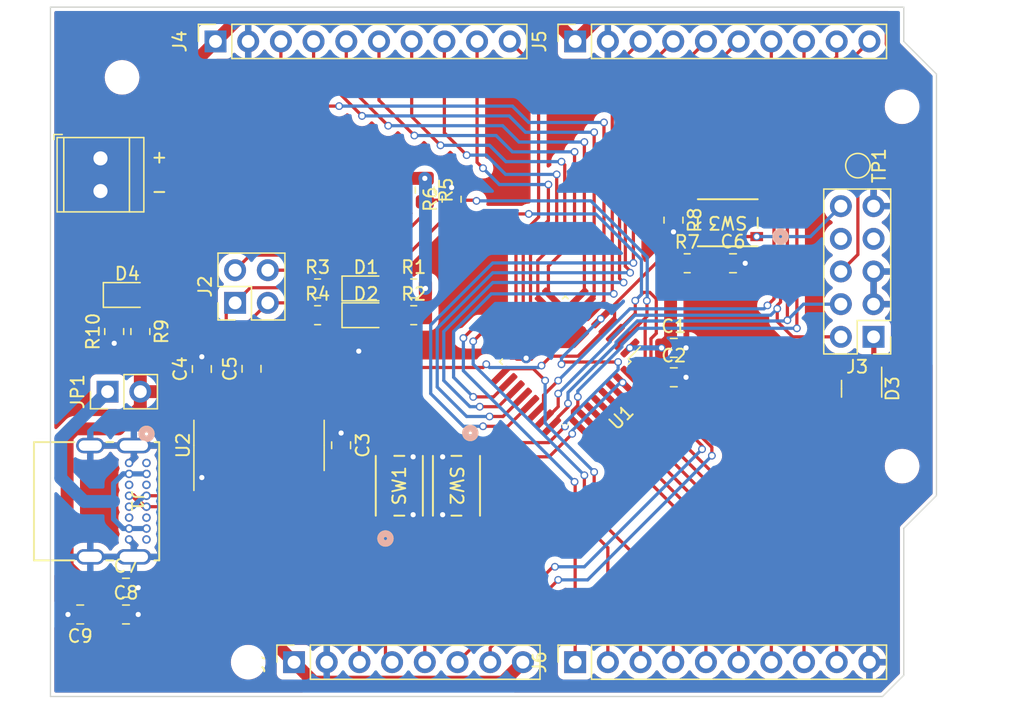
<source format=kicad_pcb>
(kicad_pcb (version 20221018) (generator pcbnew)
  (layers (0 "F.Cu" signal) (31 "B.Cu" signal) (34 "B.Paste" user) (35 "F.Paste" user) (36 "B.SilkS" user "B.Silkscreen") (37 "F.SilkS" user "F.Silkscreen") (38 "B.Mask" user) (39 "F.Mask" user) (44 "Edge.Cuts" user))
  (net 0 "")
  (net 1 "GND")
  (net 2 "Net-(U2-V3)")
  (net 3 "VCC")
  (net 4 "Net-(U2-DTR)")
  (net 5 "/NRST")
  (net 6 "Net-(D1-K)")
  (net 7 "Net-(D1-A)")
  (net 8 "Net-(D2-K)")
  (net 9 "Net-(D2-A)")
  (net 10 "Net-(J3-Pin_1)")
  (net 11 "Net-(D4-K)")
  (net 12 "Net-(D4-A)")
  (net 13 "Net-(JP1-A)")
  (net 15 "/USB_D+")
  (net 16 "/USB_D-")
  (net 20 "/PA13{slash}SWDIO")
  (net 21 "/SWO")
  (net 24 "/PA0")
  (net 25 "/PA1")
  (net 26 "/PA2")
  (net 27 "/PA3")
  (net 28 "/PA4")
  (net 29 "/PA5")
  (net 30 "/PA6")
  (net 31 "/PA7")
  (net 32 "/PA8")
  (net 33 "/PA9")
  (net 34 "/PA10")
  (net 35 "/PA11")
  (net 36 "/PA12")
  (net 37 "/PA15")
  (net 38 "/PB0")
  (net 39 "/PB1")
  (net 40 "/PB2")
  (net 41 "/PB3")
  (net 42 "/PB4")
  (net 43 "/PB5")
  (net 44 "/PB6")
  (net 45 "/PB7")
  (net 46 "/PB8")
  (net 47 "/PF3")
  (net 48 "/BOOT0")
  (net 49 "Net-(R8-Pad1)")
  (net 50 "/PY32_RX")
  (net 51 "/PY32_TX")
  (net 60 "/PY32_RXD")
  (net 61 "/PY32_TXD")
  (net 62 "/PA14{slash}SWDCLK")
  (footprint "Connector_PinSocket_2.54mm:PinSocket_1x10_P2.54mm_Vertical" (layer "F.Cu") (at 121.9668 91.4908 90)
    (fp_text reference "J5")
    (fp_text value "PA_HIGH")
  )
  (footprint "LED_SMD:LED_0805_2012Metric_Pad1.15x1.40mm_HandSolder" (layer "F.Cu") (at 105.7167 110.6932)
    (fp_text reference "D1")
    (fp_text value "LED")
  )
  (footprint "Puya:SW4_PTS815 SJM 250 SMTR LFS_CNK" (layer "F.Cu") (at 108.3056 126.0348 90)
    (fp_text reference "SW1")
    (fp_text value "BTN_USR")
  )
  (footprint "Capacitor_SMD:C_0805_2012Metric" (layer "F.Cu") (at 129.6314 115.316)
    (fp_text reference "C1")
    (fp_text value "0.1uF")
  )
  (footprint "Capacitor_SMD:C_0805_2012Metric" (layer "F.Cu") (at 92.964 116.956801 90)
    (fp_text reference "C4")
    (fp_text value "0.1uF")
  )
  (footprint "Puya:SW4_PTS815 SJM 250 SMTR LFS_CNK" (layer "F.Cu") (at 133.8224 105.5878 180)
    (fp_text reference "SW3")
    (fp_text value "RESET")
  )
  (footprint "Capacitor_SMD:C_0805_2012Metric" (layer "F.Cu") (at 83.5152 136.0424 180)
    (fp_text reference "C9")
    (fp_text value "10uF")
  )
  (footprint "Puya:SW4_PTS815 SJM 250 SMTR LFS_CNK" (layer "F.Cu") (at 112.7465 126.0348 -90)
    (fp_text reference "SW2")
    (fp_text value "BOOT0")
  )
  (footprint "Connector_PinHeader_2.54mm:PinHeader_2x05_P2.54mm_Vertical" (layer "F.Cu") (at 145.1508 114.457 180)
    (fp_text reference "J3")
    (fp_text value "SWD")
  )
  (footprint "Package_TO_SOT_SMD:SOT-23" (layer "F.Cu") (at 144.2212 118.4933 -90)
    (fp_text reference "D3")
    (fp_text value "BAT54C")
  )
  (footprint "MountingHole:MountingHole_2.2mm_M2" (layer "F.Cu") (at 147.3668 96.5708)
    (fp_text reference "REF**" hide)
    (fp_text value "MountingHole_2.2mm_M2")
  )
  (footprint "Connector_PinSocket_2.54mm:PinSocket_1x10_P2.54mm_Vertical" (layer "F.Cu") (at 121.9668 139.7508 90)
    (fp_text reference "J6")
    (fp_text value "PB")
  )
  (footprint "MountingHole:MountingHole_2.2mm_M2" (layer "F.Cu") (at 147.3668 124.5108)
    (fp_text reference "REF**" hide)
    (fp_text value "MountingHole_2.2mm_M2")
  )
  (footprint "Resistor_SMD:R_0805_2012Metric" (layer "F.Cu") (at 86.1568 114.046 90)
    (fp_text reference "R10")
    (fp_text value "1K")
  )
  (footprint "Resistor_SMD:R_0805_2012Metric" (layer "F.Cu") (at 109.4251 110.6932)
    (fp_text reference "R1")
    (fp_text value "1K")
  )
  (footprint "Resistor_SMD:R_0805_2012Metric" (layer "F.Cu") (at 101.957499 112.776)
    (fp_text reference "R4")
    (fp_text value "1K")
  )
  (footprint "Capacitor_SMD:C_0805_2012Metric" (layer "F.Cu") (at 96.8248 116.9416 90)
    (fp_text reference "C5")
    (fp_text value "100nF")
  )
  (footprint "PY32F030:PY32F030K28T6-LQFP-32_7x7mm_P0.8mm" (layer "F.Cu") (at 121.1986 116.3828 -135)
    (fp_text reference "U1")
    (fp_text value "PY32F030K28T6")
  )
  (footprint "Capacitor_SMD:C_0805_2012Metric" (layer "F.Cu") (at 87.0712 136.0424)
    (fp_text reference "C8")
    (fp_text value "0.1uF")
  )
  (footprint "MountingHole:MountingHole_2.2mm_M2" (layer "F.Cu") (at 86.7664 94.2848)
    (fp_text reference "REF**" hide)
    (fp_text value "MountingHole_2.2mm_M2")
  )
  (footprint "Resistor_SMD:R_0805_2012Metric" (layer "F.Cu") (at 110.2868 103.0497 -90)
    (fp_text reference "R5")
    (fp_text value "100K")
  )
  (footprint "LED_SMD:LED_0805_2012Metric_Pad1.15x1.40mm_HandSolder" (layer "F.Cu") (at 87.1728 111.2031)
    (fp_text reference "D4")
    (fp_text value "PWR_LED")
  )
  (footprint "Resistor_SMD:R_0805_2012Metric" (layer "F.Cu") (at 88.1888 114.046 -90)
    (fp_text reference "R9")
    (fp_text value "1K")
  )
  (footprint "Resistor_SMD:R_0805_2012Metric" (layer "F.Cu") (at 129.606 105.3846 -90)
    (fp_text reference "R8")
    (fp_text value "100R")
  )
  (footprint "Connector_PinSocket_2.54mm:PinSocket_1x08_P2.54mm_Vertical" (layer "F.Cu") (at 100.1268 139.7508 90)
    (fp_text reference "J7")
    (fp_text value "UART_MCU")
  )
  (footprint "Connector_PinHeader_2.54mm:PinHeader_2x02_P2.54mm_Vertical" (layer "F.Cu") (at 95.5498 111.8158 90)
    (fp_text reference "J2")
    (fp_text value "UART_EN")
  )
  (footprint "Puya:CONN16_USB4085-GF-A_GCT" (layer "F.Cu") (at 88.663966 124.262044 -90)
    (fp_text reference "J1")
    (fp_text value "USB4085-GF-A")
  )
  (footprint "Connector_PinSocket_2.54mm:PinSocket_1x10_P2.54mm_Vertical" (layer "F.Cu") (at 94.0268 91.4908 90)
    (fp_text reference "J4")
    (fp_text value "PA_LOW")
  )
  (footprint "LED_SMD:LED_0805_2012Metric_Pad1.15x1.40mm_HandSolder" (layer "F.Cu") (at 105.7167 112.776)
    (fp_text reference "D2")
    (fp_text value "LED")
  )
  (footprint "Capacitor_SMD:C_0805_2012Metric" (layer "F.Cu") (at 87.0712 133.9596)
    (fp_text reference "C7")
    (fp_text value "0.1uF")
  )
  (footprint "Capacitor_SMD:C_0805_2012Metric" (layer "F.Cu") (at 129.6314 117.602)
    (fp_text reference "C2")
    (fp_text value "1uF")
  )
  (footprint "Resistor_SMD:R_0805_2012Metric" (layer "F.Cu") (at 101.9556 110.6932)
    (fp_text reference "R3")
    (fp_text value "1K")
  )
  (footprint "Resistor_SMD:R_0805_2012Metric" (layer "F.Cu") (at 130.6728 108.7374)
    (fp_text reference "R7")
    (fp_text value "100K")
  )
  (footprint "Resistor_SMD:R_0805_2012Metric" (layer "F.Cu") (at 109.4251 112.776)
    (fp_text reference "R2")
    (fp_text value "1K")
  )
  (footprint "Connector_PinHeader_2.54mm:PinHeader_1x02_P2.54mm_Vertical" (layer "F.Cu") (at 85.6438 118.7196 90)
    (fp_text reference "JP1")
    (fp_text value "VBUS")
  )
  (footprint "Capacitor_SMD:C_0805_2012Metric" (layer "F.Cu") (at 103.7844 122.8852 -90)
    (fp_text reference "C3")
    (fp_text value "0.1uF")
  )
  (footprint "Capacitor_SMD:C_0805_2012Metric" (layer "F.Cu") (at 134.2288 108.7374)
    (fp_text reference "C6")
    (fp_text value "100nF")
  )
  (footprint "Package_SO:SOP-16_3.9x9.9mm_P1.27mm" (layer "F.Cu") (at 97.409 122.896 90)
    (fp_text reference "U2")
    (fp_text value "CH340C")
  )
  (footprint "MountingHole:MountingHole_2.2mm_M2" (layer "F.Cu") (at 96.5668 139.7508)
    (fp_text reference "REF**" hide)
    (fp_text value "MountingHole_2.2mm_M2")
  )
  (footprint "TerminalBlock_TE-Connectivity:TerminalBlock_TE_282834-2_1x02_P2.54mm_Horizontal" (layer "F.Cu") (at 85.09 100.584 -90)
    (fp_text reference "J8" hide)
    (fp_text value "EXT_PWR")
  )
  (footprint "TestPoint:TestPoint_Pad_D1.5mm" (layer "F.Cu") (at 143.9316 101.1474 -90)
    (fp_text reference "TP1")
    (fp_text value "TestPoint")
  )
  (footprint "Resistor_SMD:R_0805_2012Metric" (layer "F.Cu") (at 112.3696 103.7609 90)
    (fp_text reference "R6")
    (fp_text value "100K")
  )
  (gr_line (start 147.4978 88.8238) (end 147.4978 91.4908) (stroke (width 0.1)) (layer "Edge.Cuts"))
  (gr_line (start 81.2038 142.4178) (end 81.2038 88.8238) (stroke (width 0.1)) (layer "Edge.Cuts"))
  (gr_line (start 150.0378 126.7968) (end 150.0378 94.0308) (stroke (width 0.1)) (layer "Edge.Cuts"))
  (gr_line (start 145.8468 142.4178) (end 81.2038 142.4178) (stroke (width 0.1)) (layer "Edge.Cuts"))
  (gr_line (start 81.2038 88.8238) (end 147.4978 88.8238) (stroke (width 0.1)) (layer "Edge.Cuts"))
  (gr_line (start 147.4978 129.3368) (end 147.4978 140.7668) (stroke (width 0.1)) (layer "Edge.Cuts"))
  (gr_line (start 150.0378 126.7968) (end 147.4978 129.3368) (stroke (width 0.1)) (layer "Edge.Cuts"))
  (gr_line (start 147.4978 140.7668) (end 145.8468 142.4178) (stroke (width 0.1)) (layer "Edge.Cuts"))
  (gr_line (start 147.4978 91.4908) (end 150.0378 94.0308) (stroke (width 0.1)) (layer "Edge.Cuts"))
  (gr_text "-" (at 89.662 103.124) (layer "F.SilkS") (effects (font (size 1 1))))
  (gr_text "+" (at 89.662 100.457) (layer "F.SilkS") (effects (font (size 1 1))))
  (segment (start 116.175808 115.319806) (end 116.971002 116.115) (width 0.25) (layer "F.Cu") (net 1))
  (segment (start 116.971002 116.115) (end 118.158822 116.115) (width 0.25) (layer "F.Cu") (net 1))
  (segment (start 115.925614 115.57) (end 105.156 115.57) (width 0.4) (layer "F.Cu") (net 1))
  (segment (start 116.175808 115.319806) (end 115.925614 115.57) (width 0.4) (layer "F.Cu") (net 1))
  (via (at 88.0212 136.0424) (size 0.8) (drill 0.4) (layers "F.Cu" "B.Cu") (net 1))
  (via (at 82.5652 136.0424) (size 0.8) (drill 0.4) (layers "F.Cu" "B.Cu") (net 1))
  (via (at 130.5814 117.602) (size 0.8) (drill 0.4) (layers "F.Cu" "B.Cu") (net 1))
  (via (at 92.964 125.396) (size 0.8) (drill 0.4) (layers "F.Cu" "B.Cu") (net 1))
  (via (at 129.606 106.2971) (size 0.8) (drill 0.4) (layers "F.Cu" "B.Cu") (net 1))
  (via (at 111.671501 123.784799) (size 0.8) (drill 0.4) (layers "F.Cu" "B.Cu") (net 1))
  (via (at 105.156 115.57) (size 0.6) (drill 0.4) (layers "F.Cu" "B.Cu") (net 1))
  (via (at 109.380599 123.784799) (size 0.8) (drill 0.4) (layers "F.Cu" "B.Cu") (net 1))
  (via (at 130.5814 115.316) (size 0.8) (drill 0.4) (layers "F.Cu" "B.Cu") (net 1))
  (via (at 118.158822 116.115) (size 0.8) (drill 0.4) (layers "F.Cu" "B.Cu") (net 1))
  (via (at 103.7844 121.9352) (size 0.8) (drill 0.4) (layers "F.Cu" "B.Cu") (net 1))
  (via (at 111.671501 128.284801) (size 0.8) (drill 0.4) (layers "F.Cu" "B.Cu") (net 1))
  (via (at 112.3696 102.8484) (size 0.8) (drill 0.4) (layers "F.Cu" "B.Cu") (net 1))
  (via (at 135.1788 108.7374) (size 0.8) (drill 0.4) (layers "F.Cu" "B.Cu") (net 1))
  (via (at 86.1568 114.9585) (size 0.8) (drill 0.4) (layers "F.Cu" "B.Cu") (net 1))
  (via (at 88.0212 133.9596) (size 0.8) (drill 0.4) (layers "F.Cu" "B.Cu") (net 1))
  (via (at 92.964 116.006801) (size 0.8) (drill 0.4) (layers "F.Cu" "B.Cu") (net 1))
  (via (at 109.380599 128.284801) (size 0.8) (drill 0.4) (layers "F.Cu" "B.Cu") (net 1))
  (segment (start 109.380599 123.784799) (end 105.633999 123.784799) (width 0.4) (layer "B.Cu") (net 1))
  (segment (start 105.633999 123.784799) (end 103.7844 121.9352) (width 0.4) (layer "B.Cu") (net 1))
  (segment (start 103.7844 116.9416) (end 103.7844 121.9352) (width 0.4) (layer "B.Cu") (net 1))
  (segment (start 105.156 115.57) (end 103.7844 116.9416) (width 0.4) (layer "B.Cu") (net 1))
  (segment (start 103.7844 123.8352) (end 97.933049 123.8352) (width 0.25) (layer "F.Cu") (net 2))
  (segment (start 96.774 124.994249) (end 96.774 125.396) (width 0.25) (layer "F.Cu") (net 2))
  (segment (start 97.933049 123.8352) (end 96.774 124.994249) (width 0.25) (layer "F.Cu") (net 2))
  (segment (start 86.8468 137.9008) (end 86.106 137.16) (width 1) (layer "F.Cu") (net 3))
  (segment (start 149.2168 115.4512) (end 149.2168 94.34117) (width 1) (layer "F.Cu") (net 3))
  (segment (start 88.1838 114.9635) (end 88.1888 114.9585) (width 1) (layer "F.Cu") (net 3))
  (segment (start 128.678301 115.319099) (end 128.6814 115.316) (width 0.25) (layer "F.Cu") (net 3))
  (segment (start 129.7603 108.7374) (end 129.3814 109.1163) (width 1) (layer "F.Cu") (net 3))
  (segment (start 86.1212 133.9596) (end 86.1212 136.0424) (width 1) (layer "F.Cu") (net 3))
  (segment (start 83.111956 121.612044) (end 82.498966 122.225034) (width 1) (layer "F.Cu") (net 3))
  (segment (start 146.2658 89.6238) (end 123.8338 89.6238) (width 1) (layer "F.Cu") (net 3))
  (segment (start 144.2212 119.4308) (end 142.494 121.158) (width 1) (layer "F.Cu") (net 3))
  (segment (start 110.3376 110.6932) (end 110.3376 112.776) (width 1) (layer "F.Cu") (net 3))
  (segment (start 88.1888 114.9585) (end 88.419803 114.9585) (width 1) (layer "F.Cu") (net 3))
  (segment (start 95.8938 89.6238) (end 120.0998 89.6238) (width 1) (layer "F.Cu") (net 3))
  (segment (start 116.3568 141.3008) (end 117.9068 139.7508) (width 1) (layer "F.Cu") (net 3))
  (segment (start 91.948 100.33) (end 91.694 100.584) (width 1) (layer "F.Cu") (net 3))
  (segment (start 91.948 102.362) (end 91.948 100.33) (width 1) (layer "F.Cu") (net 3))
  (segment (start 88.1838 118.7196) (end 92.151201 118.7196) (width 1) (layer "F.Cu") (net 3))
  (segment (start 91.694 100.584) (end 85.09 100.584) (width 1) (layer "F.Cu") (net 3))
  (segment (start 128.6814 117.973447) (end 128.6814 117.602) (width 1) (layer "F.Cu") (net 3))
  (segment (start 144.2212 119.4308) (end 145.2372 119.4308) (width 1) (layer "F.Cu") (net 3))
  (segment (start 92.964 117.906801) (end 92.964 120.396) (width 1) (layer "F.Cu") (net 3))
  (segment (start 92.151201 118.7196) (end 92.964 117.906801) (width 1) (layer "F.Cu") (net 3))
  (segment (start 86.1212 136.0424) (end 86.1212 136.210903) (width 1) (layer "F.Cu") (net 3))
  (segment (start 146.5198 89.8778) (end 146.2658 89.6238) (width 1) (layer "F.Cu") (net 3))
  (segment (start 86.1212 136.210903) (end 86.106 136.226103) (width 1) (layer "F.Cu") (net 3))
  (segment (start 100.1268 139.7508) (end 101.6768 141.3008) (width 1) (layer "F.Cu") (net 3))
  (segment (start 91.948 100.33) (end 91.948 93.5696) (width 1) (layer "F.Cu") (net 3))
  (segment (start 86.106 136.226103) (end 86.106 137.16) (width 1) (layer "F.Cu") (net 3))
  (segment (start 146.5198 91.64417) (end 146.5198 89.8778) (width 1) (layer "F.Cu") (net 3))
  (segment (start 82.498966 122.225034) (end 82.498966 132.282966) (width 1) (layer "F.Cu") (net 3))
  (segment (start 84.4652 136.0424) (end 86.1212 136.0424) (width 1) (layer "F.Cu") (net 3))
  (segment (start 100.1268 139.7508) (end 98.2768 137.9008) (width 1) (layer "F.Cu") (net 3))
  (segment (start 149.2168 94.34117) (end 146.5198 91.64417) (width 1) (layer "F.Cu") (net 3))
  (segment (start 145.2372 119.4308) (end 149.2168 115.4512) (width 1) (layer "F.Cu") (net 3))
  (segment (start 88.1838 118.7196) (end 88.1838 119.921681) (width 1) (layer "F.Cu") (net 3))
  (segment (start 86.493437 121.612044) (end 83.111956 121.612044) (width 1) (layer "F.Cu") (net 3))
  (segment (start 88.1838 119.921681) (end 86.493437 121.612044) (width 1) (layer "F.Cu") (net 3))
  (segment (start 128.6814 117.602) (end 128.6814 115.316) (width 1) (layer "F.Cu") (net 3))
  (segment (start 120.0998 89.6238) (end 121.9668 91.4908) (width 1) (layer "F.Cu") (net 3))
  (segment (start 101.6768 141.3008) (end 116.3568 141.3008) (width 1) (layer "F.Cu") (net 3))
  (segment (start 129.3814 109.1163) (end 129.3814 114.616) (width 1) (layer "F.Cu") (net 3))
  (segment (start 129.3814 114.616) (end 128.6814 115.316) (width 1) (layer "F.Cu") (net 3))
  (segment (start 98.2768 137.9008) (end 86.8468 137.9008) (width 1) (layer "F.Cu") (net 3))
  (segment (start 91.948 93.5696) (end 94.0268 91.4908) (width 1) (layer "F.Cu") (net 3))
  (segment (start 142.494 121.158) (end 131.865953 121.158) (width 1) (layer "F.Cu") (net 3))
  (segment (start 91.948 111.430303) (end 91.948 102.362) (width 1) (layer "F.Cu") (net 3))
  (segment (start 88.1838 118.7196) (end 88.1838 114.9635) (width 1) (layer "F.Cu") (net 3))
  (segment (start 84.1756 133.9596) (end 86.1212 133.9596) (width 1) (layer "F.Cu") (net 3))
  (segment (start 88.419803 114.9585) (end 91.948 111.430303) (width 1) (layer "F.Cu") (net 3))
  (segment (start 94.0268 91.4908) (end 95.8938 89.6238) (width 1) (layer "F.Cu") (net 3))
  (segment (start 120.0998 89.6238) (end 123.8338 89.6238) (width 1) (layer "F.Cu") (net 3))
  (segment (start 92.1728 102.1372) (end 91.948 102.362) (width 1) (layer "F.Cu") (net 3))
  (segment (start 110.2868 102.1372) (end 92.1728 102.1372) (width 1) (layer "F.Cu") (net 3))
  (segment (start 123.8338 89.6238) (end 121.9668 91.4908) (width 1) (layer "F.Cu") (net 3))
  (segment (start 131.865953 121.158) (end 128.6814 117.973447) (width 1) (layer "F.Cu") (net 3))
  (segment (start 82.498966 132.282966) (end 84.1756 133.9596) (width 1) (layer "F.Cu") (net 3))
  (via (at 128.6814 115.316) (size 0.6) (drill 0.4) (layers "F.Cu" "B.Cu") (net 3))
  (via (at 110.2868 102.1372) (size 0.8) (drill 0.4) (layers "F.Cu" "B.Cu") (net 3))
  (via (at 126.220684 115.319099) (size 0.6) (drill 0.4) (layers "F.Cu" "B.Cu") (net 3))
  (via (at 110.3376 110.6932) (size 0.8) (drill 0.4) (layers "F.Cu" "B.Cu") (net 3))
  (segment (start 126.223783 115.316) (end 126.220684 115.319099) (width 0.4) (layer "B.Cu") (net 3))
  (segment (start 128.6814 115.316) (end 126.223783 115.316) (width 0.4) (layer "B.Cu") (net 3))
  (segment (start 110.3376 102.188) (end 110.2868 102.1372) (width 1) (layer "B.Cu") (net 3))
  (segment (start 110.3376 110.6932) (end 110.3376 102.188) (width 1) (layer "B.Cu") (net 3))
  (segment (start 96.774 120.396) (end 96.774 117.9424) (width 0.25) (layer "F.Cu") (net 4))
  (segment (start 96.774 117.9424) (end 96.8248 117.8916) (width 0.25) (layer "F.Cu") (net 4))
  (segment (start 105.2068 139.7508) (end 105.2068 122.6312) (width 0.25) (layer "F.Cu") (net 5))
  (segment (start 106.172 121.666) (end 106.172 116.84) (width 0.25) (layer "F.Cu") (net 5))
  (segment (start 125.028254 113.118831) (end 125.028254 111.943773) (width 0.25) (layer "F.Cu") (net 5))
  (segment (start 131.572399 106.662799) (end 131.572399 108.724499) (width 0.25) (layer "F.Cu") (net 5))
  (segment (start 97.6732 116.84) (end 106.172 116.84) (width 0.25) (layer "F.Cu") (net 5))
  (segment (start 105.2068 122.6312) (end 106.172 121.666) (width 0.25) (layer "F.Cu") (net 5))
  (segment (start 133.2788 108.7374) (end 131.5853 108.7374) (width 0.25) (layer "F.Cu") (net 5))
  (segment (start 114.808 116.84) (end 115.062 116.586) (width 0.25) (layer "F.Cu") (net 5))
  (segment (start 124.524335 113.62275) (end 125.028254 113.118831) (width 0.25) (layer "F.Cu") (net 5))
  (segment (start 96.8248 115.9916) (end 97.6732 116.84) (width 0.25) (layer "F.Cu") (net 5))
  (segment (start 131.572399 108.724499) (end 131.5853 108.7374) (width 0.25) (layer "F.Cu") (net 5))
  (segment (start 120.085253 115.961) (end 119.354069 116.692184) (width 0.25) (layer "F.Cu") (net 5))
  (segment (start 106.172 116.84) (end 114.808 116.84) (width 0.25) (layer "F.Cu") (net 5))
  (segment (start 124.524335 113.62275) (end 122.186085 115.961) (width 0.25) (layer "F.Cu") (net 5))
  (segment (start 129.276027 107.696) (end 130.5439 107.696) (width 0.25) (layer "F.Cu") (net 5))
  (segment (start 122.186085 115.961) (end 120.085253 115.961) (width 0.25) (layer "F.Cu") (net 5))
  (segment (start 125.028254 111.943773) (end 129.276027 107.696) (width 0.25) (layer "F.Cu") (net 5))
  (segment (start 136.072401 106.662799) (end 131.572399 106.662799) (width 0.25) (layer "F.Cu") (net 5))
  (segment (start 130.5439 107.696) (end 131.5853 108.7374) (width 0.25) (layer "F.Cu") (net 5))
  (via (at 115.062 116.586) (size 0.6) (drill 0.4) (layers "F.Cu" "B.Cu") (net 5))
  (via (at 119.354069 116.692184) (size 0.6) (drill 0.4) (layers "F.Cu" "B.Cu") (net 5))
  (via (at 136.072401 106.662799) (size 0.6) (drill 0.4) (layers "F.Cu" "B.Cu") (net 5))
  (segment (start 140.245001 106.662799) (end 142.6108 104.297) (width 0.25) (layer "B.Cu") (net 5))
  (segment (start 119.126 116.84) (end 119.273816 116.692184) (width 0.25) (layer "B.Cu") (net 5))
  (segment (start 115.316 116.84) (end 119.126 116.84) (width 0.25) (layer "B.Cu") (net 5))
  (segment (start 136.072401 106.662799) (end 140.245001 106.662799) (width 0.25) (layer "B.Cu") (net 5))
  (segment (start 115.062 116.586) (end 115.316 116.84) (width 0.25) (layer "B.Cu") (net 5))
  (segment (start 119.273816 116.692184) (end 119.354069 116.692184) (width 0.25) (layer "B.Cu") (net 5))
  (segment (start 102.8681 110.6932) (end 104.6917 110.6932) (width 0.25) (layer "F.Cu") (net 6))
  (segment (start 106.7417 110.6932) (end 108.5126 110.6932) (width 0.25) (layer "F.Cu") (net 7))
  (segment (start 102.869999 112.776) (end 104.6917 112.776) (width 0.25) (layer "F.Cu") (net 8))
  (segment (start 106.7417 112.776) (end 108.5126 112.776) (width 0.25) (layer "F.Cu") (net 9))
  (segment (start 143.2712 117.5558) (end 145.1712 117.5558) (width 0.4) (layer "F.Cu") (net 10))
  (segment (start 145.1712 114.4774) (end 145.1508 114.457) (width 0.4) (layer "F.Cu") (net 10))
  (segment (start 145.1712 117.5558) (end 145.1712 114.4774) (width 0.4) (layer "F.Cu") (net 10))
  (segment (start 86.1568 113.1335) (end 86.1568 111.2121) (width 0.25) (layer "F.Cu") (net 11))
  (segment (start 86.1568 111.2121) (end 86.1478 111.2031) (width 0.25) (layer "F.Cu") (net 11))
  (segment (start 88.1888 113.1335) (end 88.1888 111.2121) (width 0.25) (layer "F.Cu") (net 12))
  (segment (start 88.1888 111.2121) (end 88.1978 111.2031) (width 0.25) (layer "F.Cu") (net 12))
  (segment (start 88.663966 129.362044) (end 87.313966 129.362044) (width 0.4) (layer "B.Cu") (net 13))
  (segment (start 86.106 127.254) (end 86.106 125.853038) (width 0.4) (layer "B.Cu") (net 13))
  (segment (start 85.6438 118.7196) (end 82.0038 122.3596) (width 1) (layer "B.Cu") (net 13))
  (segment (start 86.106 125.853038) (end 86.846993 125.112045) (width 0.4) (layer "B.Cu") (net 13))
  (segment (start 82.0038 125.4378) (end 83.82 127.254) (width 1) (layer "B.Cu") (net 13))
  (segment (start 86.106 128.621051) (end 86.106 127.254) (width 0.4) (layer "B.Cu") (net 13))
  (segment (start 82.0038 122.3596) (end 82.0038 125.4378) (width 1) (layer "B.Cu") (net 13))
  (segment (start 87.313966 129.362044) (end 86.846993 129.362044) (width 0.4) (layer "B.Cu") (net 13))
  (segment (start 86.846993 129.362044) (end 86.106 128.621051) (width 0.4) (layer "B.Cu") (net 13))
  (segment (start 86.846993 125.112045) (end 87.313966 125.112045) (width 0.4) (layer "B.Cu") (net 13))
  (segment (start 88.663966 125.112045) (end 87.313966 125.112045) (width 0.4) (layer "B.Cu") (net 13))
  (segment (start 83.82 127.254) (end 86.106 127.254) (width 1) (layer "B.Cu") (net 13))
  (segment (start 98.044 127.0762) (end 98.044 125.396) (width 0.25) (layer "F.Cu") (net 15))
  (segment (start 97.5106 127.6096) (end 98.044 127.0762) (width 0.25) (layer "F.Cu") (net 15))
  (segment (start 90.932 127.6096) (end 97.5106 127.6096) (width 0.25) (layer "F.Cu") (net 15))
  (segment (start 88.663966 126.812044) (end 90.134444 126.812044) (width 0.25) (layer "F.Cu") (net 15))
  (segment (start 90.134444 126.812044) (end 90.932 127.6096) (width 0.25) (layer "F.Cu") (net 15))
  (segment (start 88.481308 126.812044) (end 88.663966 126.812044) (width 0.4) (layer "B.Cu") (net 15))
  (segment (start 87.631307 127.662045) (end 88.481308 126.812044) (width 0.4) (layer "B.Cu") (net 15))
  (segment (start 87.313966 127.662045) (end 87.631307 127.662045) (width 0.4) (layer "B.Cu") (net 15))
  (segment (start 98.8314 128.2954) (end 99.314 127.8128) (width 0.25) (layer "F.Cu") (net 16))
  (segment (start 88.481308 127.662045) (end 88.663966 127.662045) (width 0.4) (layer "F.Cu") (net 16))
  (segment (start 87.313966 126.812044) (end 87.631307 126.812044) (width 0.4) (layer "F.Cu") (net 16))
  (segment (start 90.678 128.2954) (end 98.8314 128.2954) (width 0.25) (layer "F.Cu") (net 16))
  (segment (start 87.631307 126.812044) (end 88.481308 127.662045) (width 0.4) (layer "F.Cu") (net 16))
  (segment (start 90.044645 127.662045) (end 90.678 128.2954) (width 0.25) (layer "F.Cu") (net 16))
  (segment (start 88.663966 127.662045) (end 90.044645 127.662045) (width 0.25) (layer "F.Cu") (net 16))
  (segment (start 99.314 127.8128) (end 99.314 125.396) (width 0.25) (layer "F.Cu") (net 16))
  (segment (start 137.668 112.268) (end 137.668 112.014) (width 0.25) (layer "F.Cu") (net 20))
  (segment (start 137.668 112.014) (end 137.922 111.76) (width 0.25) (layer "F.Cu") (net 20))
  (segment (start 120.65 119.888) (end 120.65 118.872) (width 0.25) (layer "F.Cu") (net 20))
  (segment (start 137.922 95.25) (end 139.7468 93.4252) (width 0.25) (layer "F.Cu") (net 20))
  (segment (start 137.668 112.268) (end 137.668 113.263375) (width 0.25) (layer "F.Cu") (net 20))
  (segment (start 120.203461 120.334539) (end 120.65 119.888) (width 0.25) (layer "F.Cu") (net 20))
  (segment (start 137.922 111.76) (end 137.922 95.25) (width 0.25) (layer "F.Cu") (net 20))
  (segment (start 138.861625 114.457) (end 142.6108 114.457) (width 0.25) (layer "F.Cu") (net 20))
  (segment (start 139.7468 93.4252) (end 139.7468 91.4908) (width 0.25) (layer "F.Cu") (net 20))
  (segment (start 119.569921 120.839906) (end 120.075288 120.334539) (width 0.25) (layer "F.Cu") (net 20))
  (segment (start 120.075288 120.334539) (end 120.203461 120.334539) (width 0.25) (layer "F.Cu") (net 20))
  (segment (start 137.668 113.263375) (end 138.861625 114.457) (width 0.25) (layer "F.Cu") (net 20))
  (via (at 120.65 118.872) (size 0.6) (drill 0.4) (layers "F.Cu" "B.Cu") (net 20))
  (via (at 137.668 112.268) (size 0.6) (drill 0.4) (layers "F.Cu" "B.Cu") (net 20))
  (segment (start 124.695684 114.687423) (end 126.607107 112.776) (width 0.25) (layer "B.Cu") (net 20))
  (segment (start 137.16 112.776) (end 137.668 112.268) (width 0.25) (layer "B.Cu") (net 20))
  (segment (start 120.65 118.872) (end 124.695684 114.826316) (width 0.25) (layer "B.Cu") (net 20))
  (segment (start 126.607107 112.776) (end 137.16 112.776) (width 0.25) (layer "B.Cu") (net 20))
  (segment (start 124.695684 114.826316) (end 124.695684 114.687423) (width 0.25) (layer "B.Cu") (net 20))
  (segment (start 143.9316 108.0562) (end 142.6108 109.377) (width 0.25) (layer "F.Cu") (net 21))
  (segment (start 143.9316 101.1474) (end 143.9316 108.0562) (width 0.25) (layer "F.Cu") (net 21))
  (segment (start 123.392964 112.491379) (end 124.206 111.678343) (width 0.25) (layer "F.Cu") (net 24))
  (segment (start 103.632 96.52) (end 101.6 96.52) (width 0.25) (layer "F.Cu") (net 24))
  (segment (start 99.1068 94.0268) (end 99.1068 91.4908) (width 0.25) (layer "F.Cu") (net 24))
  (segment (start 124.206 111.678343) (end 124.206 97.79) (width 0.25) (layer "F.Cu") (net 24))
  (segment (start 101.6 96.52) (end 99.1068 94.0268) (width 0.25) (layer "F.Cu") (net 24))
  (via (at 124.206 97.79) (size 0.6) (drill 0.4) (layers "F.Cu" "B.Cu") (net 24))
  (via (at 103.632 96.52) (size 0.6) (drill 0.4) (layers "F.Cu" "B.Cu") (net 24))
  (segment (start 124.206 97.79) (end 118.364 97.79) (width 0.25) (layer "B.Cu") (net 24))
  (segment (start 118.364 97.79) (end 117.094 96.52) (width 0.25) (layer "B.Cu") (net 24))
  (segment (start 117.094 96.52) (end 103.632 96.52) (width 0.25) (layer "B.Cu") (net 24))
  (segment (start 122.827279 111.925694) (end 123.444 111.308973) (width 0.25) (layer "F.Cu") (net 25))
  (segment (start 101.6468 93.5188) (end 101.6468 91.4908) (width 0.25) (layer "F.Cu") (net 25))
  (segment (start 123.444 111.308973) (end 123.444 98.552) (width 0.25) (layer "F.Cu") (net 25))
  (segment (start 105.41 97.282) (end 101.6468 93.5188) (width 0.25) (layer "F.Cu") (net 25))
  (via (at 123.444 98.552) (size 0.6) (drill 0.4) (layers "F.Cu" "B.Cu") (net 25))
  (via (at 105.41 97.282) (size 0.6) (drill 0.4) (layers "F.Cu" "B.Cu") (net 25))
  (segment (start 116.84 97.282) (end 105.41 97.282) (width 0.25) (layer "B.Cu") (net 25))
  (segment (start 123.444 98.552) (end 118.11 98.552) (width 0.25) (layer "B.Cu") (net 25))
  (segment (start 118.11 98.552) (end 116.84 97.282) (width 0.25) (layer "B.Cu") (net 25))
  (segment (start 107.442 98.044) (end 104.1868 94.7888) (width 0.25) (layer "F.Cu") (net 26))
  (segment (start 122.682 110.939602) (end 122.682 99.314) (width 0.25) (layer "F.Cu") (net 26))
  (segment (start 122.261594 111.360008) (end 122.682 110.939602) (width 0.25) (layer "F.Cu") (net 26))
  (segment (start 104.1868 94.7888) (end 104.1868 91.4908) (width 0.25) (layer "F.Cu") (net 26))
  (via (at 107.442 98.044) (size 0.6) (drill 0.4) (layers "F.Cu" "B.Cu") (net 26))
  (via (at 122.682 99.314) (size 0.6) (drill 0.4) (layers "F.Cu" "B.Cu") (net 26))
  (segment (start 116.332 98.044) (end 107.442 98.044) (width 0.25) (layer "B.Cu") (net 26))
  (segment (start 122.682 99.314) (end 117.602 99.314) (width 0.25) (layer "B.Cu") (net 26))
  (segment (start 117.602 99.314) (end 116.332 98.044) (width 0.25) (layer "B.Cu") (net 26))
  (segment (start 121.92 106.934) (end 121.92 100.076) (width 0.25) (layer "F.Cu") (net 27))
  (segment (start 119.888 111.113817) (end 119.888 108.966) (width 0.25) (layer "F.Cu") (net 27))
  (segment (start 106.7268 96.0588) (end 106.7268 91.4908) (width 0.25) (layer "F.Cu") (net 27))
  (segment (start 109.474 98.806) (end 106.7268 96.0588) (width 0.25) (layer "F.Cu") (net 27))
  (segment (start 119.888 108.966) (end 121.92 106.934) (width 0.25) (layer "F.Cu") (net 27))
  (segment (start 120.134899 111.360716) (end 119.888 111.113817) (width 0.25) (layer "F.Cu") (net 27))
  (via (at 121.92 100.076) (size 0.6) (drill 0.4) (layers "F.Cu" "B.Cu") (net 27))
  (via (at 109.474 98.806) (size 0.6) (drill 0.4) (layers "F.Cu" "B.Cu") (net 27))
  (segment (start 115.824 98.806) (end 109.474 98.806) (width 0.25) (layer "B.Cu") (net 27))
  (segment (start 117.094 100.076) (end 115.824 98.806) (width 0.25) (layer "B.Cu") (net 27))
  (segment (start 121.92 100.076) (end 117.094 100.076) (width 0.25) (layer "B.Cu") (net 27))
  (segment (start 119.064347 108.519653) (end 121.158 106.426) (width 0.25) (layer "F.Cu") (net 28))
  (segment (start 121.158 101.092) (end 120.904 100.838) (width 0.25) (layer "F.Cu") (net 28))
  (segment (start 121.158 106.426) (end 121.158 101.092) (width 0.25) (layer "F.Cu") (net 28))
  (segment (start 111.506 99.568) (end 109.2668 97.3288) (width 0.25) (layer "F.Cu") (net 28))
  (segment (start 109.2668 97.3288) (end 109.2668 91.4908) (width 0.25) (layer "F.Cu") (net 28))
  (segment (start 119.064347 111.42012) (end 119.064347 108.519653) (width 0.25) (layer "F.Cu") (net 28))
  (segment (start 119.569921 111.925694) (end 119.064347 111.42012) (width 0.25) (layer "F.Cu") (net 28))
  (via (at 120.904 100.838) (size 0.6) (drill 0.4) (layers "F.Cu" "B.Cu") (net 28))
  (via (at 111.506 99.568) (size 0.6) (drill 0.4) (layers "F.Cu" "B.Cu") (net 28))
  (segment (start 120.904 100.838) (end 116.586 100.838) (width 0.25) (layer "B.Cu") (net 28))
  (segment (start 116.586 100.838) (end 115.316 99.568) (width 0.25) (layer "B.Cu") (net 28))
  (segment (start 115.316 99.568) (end 111.506 99.568) (width 0.25) (layer "B.Cu") (net 28))
  (segment (start 118.498869 108.069131) (end 120.533 106.035) (width 0.25) (layer "F.Cu") (net 29))
  (segment (start 111.8068 98.5988) (end 111.8068 91.4908) (width 0.25) (layer "F.Cu") (net 29))
  (segment (start 120.533 106.035) (end 120.533 101.828491) (width 0.25) (layer "F.Cu") (net 29))
  (segment (start 113.538 100.33) (end 111.8068 98.5988) (width 0.25) (layer "F.Cu") (net 29))
  (segment (start 118.498869 111.986012) (end 118.498869 108.069131) (width 0.25) (layer "F.Cu") (net 29))
  (segment (start 119.004236 112.491379) (end 118.498869 111.986012) (width 0.25) (layer "F.Cu") (net 29))
  (via (at 120.533 101.828491) (size 0.6) (drill 0.4) (layers "F.Cu" "B.Cu") (net 29))
  (via (at 113.538 100.33) (size 0.6) (drill 0.4) (layers "F.Cu" "B.Cu") (net 29))
  (segment (start 113.538 100.33) (end 115.062 100.33) (width 0.25) (layer "B.Cu") (net 29))
  (segment (start 115.062 100.33) (end 116.560491 101.828491) (width 0.25) (layer "B.Cu") (net 29))
  (segment (start 116.560491 101.828491) (end 120.533 101.828491) (width 0.25) (layer "B.Cu") (net 29))
  (segment (start 117.933184 107.364816) (end 119.888 105.41) (width 0.25) (layer "F.Cu") (net 30))
  (segment (start 117.933184 112.551699) (end 117.933184 107.364816) (width 0.25) (layer "F.Cu") (net 30))
  (segment (start 119.888 105.41) (end 119.888 102.616) (width 0.25) (layer "F.Cu") (net 30))
  (segment (start 118.43855 113.057065) (end 117.933184 112.551699) (width 0.25) (layer "F.Cu") (net 30))
  (segment (start 114.808 101.346) (end 114.3468 100.8848) (width 0.25) (layer "F.Cu") (net 30))
  (segment (start 114.3468 100.8848) (end 114.3468 91.4908) (width 0.25) (layer "F.Cu") (net 30))
  (via (at 114.808 101.346) (size 0.6) (drill 0.4) (layers "F.Cu" "B.Cu") (net 30))
  (via (at 119.888 102.616) (size 0.6) (drill 0.4) (layers "F.Cu" "B.Cu") (net 30))
  (segment (start 119.888 102.616) (end 116.078 102.616) (width 0.25) (layer "B.Cu") (net 30))
  (segment (start 116.078 102.616) (end 114.808 101.346) (width 0.25) (layer "B.Cu") (net 30))
  (segment (start 117.872865 113.62275) (end 117.367498 113.117383) (width 0.25) (layer "F.Cu") (net 31))
  (segment (start 119.126 105.156) (end 119.126 93.73) (width 0.25) (layer "F.Cu") (net 31))
  (segment (start 117.367498 113.117383) (end 117.367498 106.914502) (width 0.25) (layer "F.Cu") (net 31))
  (segment (start 117.367498 106.914502) (end 119.126 105.156) (width 0.25) (layer "F.Cu") (net 31))
  (segment (start 119.126 93.73) (end 116.8868 91.4908) (width 0.25) (layer "F.Cu") (net 31))
  (segment (start 116.741494 118.011479) (end 115.626973 119.126) (width 0.25) (layer "F.Cu") (net 32))
  (segment (start 124.851 93.6866) (end 124.851 110.998) (width 0.25) (layer "F.Cu") (net 32))
  (segment (start 115.626973 119.126) (end 114.046 119.126) (width 0.25) (layer "F.Cu") (net 32))
  (segment (start 127.0468 91.4908) (end 124.851 93.6866) (width 0.25) (layer "F.Cu") (net 32))
  (segment (start 124.851 110.998) (end 124.968 111.115) (width 0.25) (layer "F.Cu") (net 32))
  (via (at 124.968 111.115) (size 0.6) (drill 0.4) (layers "F.Cu" "B.Cu") (net 32))
  (via (at 114.046 119.126) (size 0.6) (drill 0.4) (layers "F.Cu" "B.Cu") (net 32))
  (segment (start 112.522 117.602) (end 112.522 114.046) (width 0.25) (layer "B.Cu") (net 32))
  (segment (start 112.522 114.046) (end 115.453 111.115) (width 0.25) (layer "B.Cu") (net 32))
  (segment (start 114.046 119.126) (end 112.522 117.602) (width 0.25) (layer "B.Cu") (net 32))
  (segment (start 115.453 111.115) (end 124.968 111.115) (width 0.25) (layer "B.Cu") (net 32))
  (segment (start 115.996343 119.888) (end 114.554 119.888) (width 0.25) (layer "F.Cu") (net 33))
  (segment (start 117.307179 118.577164) (end 115.996343 119.888) (width 0.25) (layer "F.Cu") (net 33))
  (segment (start 125.417 95.6606) (end 129.5868 91.4908) (width 0.25) (layer "F.Cu") (net 33))
  (segment (start 125.73 110.236) (end 125.417 109.923) (width 0.25) (layer "F.Cu") (net 33))
  (segment (start 125.417 109.923) (end 125.417 95.6606) (width 0.25) (layer "F.Cu") (net 33))
  (via (at 125.73 110.236) (size 0.6) (drill 0.4) (layers "F.Cu" "B.Cu") (net 33))
  (via (at 114.554 119.888) (size 0.6) (drill 0.4) (layers "F.Cu" "B.Cu") (net 33))
  (segment (start 114.554 119.888) (end 113.792 119.888) (width 0.25) (layer "B.Cu") (net 33))
  (segment (start 111.76 114.046) (end 115.57 110.236) (width 0.25) (layer "B.Cu") (net 33))
  (segment (start 115.57 110.236) (end 125.73 110.236) (width 0.25) (layer "B.Cu") (net 33))
  (segment (start 113.792 119.888) (end 111.76 117.856) (width 0.25) (layer "B.Cu") (net 33))
  (segment (start 111.76 117.856) (end 111.76 114.046) (width 0.25) (layer "B.Cu") (net 33))
  (segment (start 125.867 97.7506) (end 132.1268 91.4908) (width 0.25) (layer "F.Cu") (net 34))
  (segment (start 116.365715 120.65) (end 115.316 120.65) (width 0.25) (layer "F.Cu") (net 34))
  (segment (start 125.867 108.970884) (end 125.867 97.7506) (width 0.25) (layer "F.Cu") (net 34))
  (segment (start 126.238 109.341884) (end 125.867 108.970884) (width 0.25) (layer "F.Cu") (net 34))
  (segment (start 126.238 109.474) (end 126.238 109.341884) (width 0.25) (layer "F.Cu") (net 34))
  (segment (start 117.872865 119.14285) (end 116.365715 120.65) (width 0.25) (layer "F.Cu") (net 34))
  (via (at 115.316 120.65) (size 0.6) (drill 0.4) (layers "F.Cu" "B.Cu") (net 34))
  (via (at 126.238 109.474) (size 0.6) (drill 0.4) (layers "F.Cu" "B.Cu") (net 34))
  (segment (start 111.252 113.792) (end 115.57 109.474) (width 0.25) (layer "B.Cu") (net 34))
  (segment (start 111.252 118.364) (end 111.252 113.792) (width 0.25) (layer "B.Cu") (net 34))
  (segment (start 115.316 120.65) (end 113.538 120.65) (width 0.25) (layer "B.Cu") (net 34))
  (segment (start 113.538 120.65) (end 111.252 118.364) (width 0.25) (layer "B.Cu") (net 34))
  (segment (start 115.57 109.474) (end 126.238 109.474) (width 0.25) (layer "B.Cu") (net 34))
  (segment (start 126.492 108.712) (end 126.492 99.6656) (width 0.25) (layer "F.Cu") (net 35))
  (segment (start 118.43855 119.708535) (end 116.735085 121.412) (width 0.25) (layer "F.Cu") (net 35))
  (segment (start 126.492 99.6656) (end 134.6668 91.4908) (width 0.25) (layer "F.Cu") (net 35))
  (segment (start 116.735085 121.412) (end 114.808 121.412) (width 0.25) (layer "F.Cu") (net 35))
  (via (at 114.808 121.412) (size 0.6) (drill 0.4) (layers "F.Cu" "B.Cu") (net 35))
  (via (at 126.492 108.712) (size 0.6) (drill 0.4) (layers "F.Cu" "B.Cu") (net 35))
  (segment (start 114.808 121.412) (end 113.284 121.412) (width 0.25) (layer "B.Cu") (net 35))
  (segment (start 115.57 108.712) (end 126.492 108.712) (width 0.25) (layer "B.Cu") (net 35))
  (segment (start 113.284 121.412) (end 110.744 118.872) (width 0.25) (layer "B.Cu") (net 35))
  (segment (start 110.744 113.538) (end 115.57 108.712) (width 0.25) (layer "B.Cu") (net 35))
  (segment (start 110.744 118.872) (end 110.744 113.538) (width 0.25) (layer "B.Cu") (net 35))
  (segment (start 119.509603 118.996397) (end 120.65 117.856) (width 0.25) (layer "F.Cu") (net 36))
  (segment (start 119.004236 120.274221) (end 119.509603 119.768854) (width 0.25) (layer "F.Cu") (net 36))
  (segment (start 137.2068 93.5188) (end 137.2068 91.4908) (width 0.25) (layer "F.Cu") (net 36))
  (segment (start 119.509603 119.768854) (end 119.509603 118.996397) (width 0.25) (layer "F.Cu") (net 36))
  (segment (start 137.414 93.726) (end 137.2068 93.5188) (width 0.25) (layer "F.Cu") (net 36))
  (segment (start 136.906 112.014) (end 137.414 111.506) (width 0.25) (layer "F.Cu") (net 36))
  (segment (start 137.414 111.506) (end 137.414 93.726) (width 0.25) (layer "F.Cu") (net 36))
  (via (at 136.906 112.014) (size 0.6) (drill 0.4) (layers "F.Cu" "B.Cu") (net 36))
  (via (at 120.65 117.856) (size 0.6) (drill 0.4) (layers "F.Cu" "B.Cu") (net 36))
  (segment (start 120.65 117.856) (end 126.227098 112.278902) (width 0.25) (layer "B.Cu") (net 36))
  (segment (start 136.641098 112.278902) (end 136.906 112.014) (width 0.25) (layer "B.Cu") (net 36))
  (segment (start 126.227098 112.278902) (end 136.641098 112.278902) (width 0.25) (layer "B.Cu") (net 36))
  (segment (start 139.192 113.792) (end 139.192 97.1256) (width 0.25) (layer "F.Cu") (net 37))
  (segment (start 121.756227 120.209235) (end 122.174 119.791462) (width 0.25) (layer "F.Cu") (net 37))
  (segment (start 139.192 97.1256) (end 144.8268 91.4908) (width 0.25) (layer "F.Cu") (net 37))
  (segment (start 122.261594 121.405592) (end 121.756227 120.900225) (width 0.25) (layer "F.Cu") (net 37))
  (segment (start 121.756227 120.900225) (end 121.756227 120.209235) (width 0.25) (layer "F.Cu") (net 37))
  (segment (start 122.174 119.791462) (end 122.174 119.126) (width 0.25) (layer "F.Cu") (net 37))
  (via (at 139.192 113.792) (size 0.6) (drill 0.4) (layers "F.Cu" "B.Cu") (net 37))
  (via (at 122.174 119.126) (size 0.6) (drill 0.4) (layers "F.Cu" "B.Cu") (net 37))
  (segment (start 125.595684 115.239113) (end 125.595684 115.060215) (width 0.25) (layer "B.Cu") (net 37))
  (segment (start 122.174 118.660797) (end 125.595684 115.239113) (width 0.25) (layer "B.Cu") (net 37))
  (segment (start 122.174 119.126) (end 122.174 118.660797) (width 0.25) (layer "B.Cu") (net 37))
  (segment (start 126.863899 113.792) (end 139.192 113.792) (width 0.25) (layer "B.Cu") (net 37))
  (segment (start 125.595684 115.060215) (end 126.863899 113.792) (width 0.25) (layer "B.Cu") (net 37))
  (segment (start 117.307179 114.188436) (end 116.483614 113.364871) (width 0.25) (layer "F.Cu") (net 38))
  (segment (start 114.473129 113.364871) (end 113.284 114.554) (width 0.25) (layer "F.Cu") (net 38))
  (segment (start 121.92 125.73) (end 121.9668 125.7768) (width 0.25) (layer "F.Cu") (net 38))
  (segment (start 116.483614 113.364871) (end 114.473129 113.364871) (width 0.25) (layer "F.Cu") (net 38))
  (segment (start 121.9668 125.7768) (end 121.9668 139.7508) (width 0.25) (layer "F.Cu") (net 38))
  (via (at 121.92 125.73) (size 0.6) (drill 0.4) (layers "F.Cu" "B.Cu") (net 38))
  (via (at 113.284 114.554) (size 0.6) (drill 0.4) (layers "F.Cu" "B.Cu") (net 38))
  (segment (start 113.284 117.094) (end 121.92 125.73) (width 0.25) (layer "B.Cu") (net 38))
  (segment (start 113.284 114.554) (end 113.284 117.094) (width 0.25) (layer "B.Cu") (net 38))
  (segment (start 116.741494 114.754121) (end 116.236127 114.248754) (width 0.25) (layer "F.Cu") (net 39))
  (segment (start 124.5068 139.7508) (end 124.5068 130.8568) (width 0.25) (layer "F.Cu") (net 39))
  (segment (start 116.236127 114.248754) (end 114.605246 114.248754) (width 0.25) (layer "F.Cu") (net 39))
  (segment (start 124.5068 130.8568) (end 122.682 129.032) (width 0.25) (layer "F.Cu") (net 39))
  (segment (start 114.605246 114.248754) (end 114.046 114.808) (width 0.25) (layer "F.Cu") (net 39))
  (segment (start 122.682 129.032) (end 122.682 125.222) (width 0.25) (layer "F.Cu") (net 39))
  (via (at 114.046 114.808) (size 0.6) (drill 0.4) (layers "F.Cu" "B.Cu") (net 39))
  (via (at 122.682 125.222) (size 0.6) (drill 0.4) (layers "F.Cu" "B.Cu") (net 39))
  (segment (start 114.046 116.586) (end 122.682 125.222) (width 0.25) (layer "B.Cu") (net 39))
  (segment (start 114.046 114.808) (end 114.046 116.586) (width 0.25) (layer "B.Cu") (net 39))
  (segment (start 116.175808 117.445794) (end 116.681175 116.940427) (width 0.25) (layer "F.Cu") (net 40))
  (segment (start 118.718427 116.940427) (end 119.634 117.856) (width 0.25) (layer "F.Cu") (net 40))
  (segment (start 123.444 124.968) (end 123.444 128.27) (width 0.25) (layer "F.Cu") (net 40))
  (segment (start 116.681175 116.940427) (end 118.718427 116.940427) (width 0.25) (layer "F.Cu") (net 40))
  (segment (start 123.444 128.27) (end 127.0468 131.8728) (width 0.25) (layer "F.Cu") (net 40))
  (segment (start 127.0468 131.8728) (end 127.0468 139.7508) (width 0.25) (layer "F.Cu") (net 40))
  (via (at 119.634 117.856) (size 0.6) (drill 0.4) (layers "F.Cu" "B.Cu") (net 40))
  (via (at 123.444 124.968) (size 0.6) (drill 0.4) (layers "F.Cu" "B.Cu") (net 40))
  (segment (start 119.634 121.158) (end 123.444 124.968) (width 0.25) (layer "B.Cu") (net 40))
  (segment (start 119.634 117.856) (end 119.634 121.158) (width 0.25) (layer "B.Cu") (net 40))
  (segment (start 129.5868 127.599427) (end 129.5868 139.7508) (width 0.25) (layer "F.Cu") (net 41))
  (segment (start 122.827279 120.839906) (end 129.5868 127.599427) (width 0.25) (layer "F.Cu") (net 41))
  (segment (start 123.392964 120.274221) (end 132.1268 129.008057) (width 0.25) (layer "F.Cu") (net 42))
  (segment (start 132.1268 129.008057) (end 132.1268 139.7508) (width 0.25) (layer "F.Cu") (net 42))
  (segment (start 134.6668 130.416685) (end 134.6668 139.7508) (width 0.25) (layer "F.Cu") (net 43))
  (segment (start 123.95865 119.708535) (end 134.6668 130.416685) (width 0.25) (layer "F.Cu") (net 43))
  (segment (start 137.2068 131.825315) (end 137.2068 139.7508) (width 0.25) (layer "F.Cu") (net 44))
  (segment (start 124.524335 119.14285) (end 137.2068 131.825315) (width 0.25) (layer "F.Cu") (net 44))
  (segment (start 125.090021 118.577164) (end 139.7468 133.233943) (width 0.25) (layer "F.Cu") (net 45))
  (segment (start 139.7468 133.233943) (end 139.7468 139.7508) (width 0.25) (layer "F.Cu") (net 45))
  (segment (start 126.9564 119.3364) (end 142.2868 134.6668) (width 0.25) (layer "F.Cu") (net 46))
  (segment (start 126.221392 117.445794) (end 126.9564 118.180802) (width 0.25) (layer "F.Cu") (net 46))
  (segment (start 126.9564 118.180802) (end 126.9564 119.3364) (width 0.25) (layer "F.Cu") (net 46))
  (segment (start 142.2868 134.6668) (end 142.2868 139.7508) (width 0.25) (layer "F.Cu") (net 46))
  (segment (start 107.230601 123.784799) (end 107.230601 123.147399) (width 0.25) (layer "F.Cu") (net 47))
  (segment (start 107.230601 128.284801) (end 107.230601 139.234601) (width 0.25) (layer "F.Cu") (net 47))
  (segment (start 107.230601 123.784799) (end 107.230601 128.284801) (width 0.25) (layer "F.Cu") (net 47))
  (segment (start 107.230601 123.147399) (end 107.696 122.682) (width 0.25) (layer "F.Cu") (net 47))
  (segment (start 107.696 122.682) (end 119.919152 122.682) (width 0.25) (layer "F.Cu") (net 47))
  (segment (start 125.304341 116.41434) (end 121.07566 116.41434) (width 0.25) (layer "F.Cu") (net 47))
  (segment (start 119.919152 122.682) (end 121.173576 121.427576) (width 0.25) (layer "F.Cu") (net 47))
  (segment (start 121.07566 116.41434) (end 120.904 116.586) (width 0.25) (layer "F.Cu") (net 47))
  (segment (start 107.230601 139.234601) (end 107.7468 139.7508) (width 0.25) (layer "F.Cu") (net 47))
  (via (at 125.304341 116.41434) (size 0.6) (drill 0.4) (layers "F.Cu" "B.Cu") (net 47))
  (via (at 120.904 116.586) (size 0.6) (drill 0.4) (layers "F.Cu" "B.Cu") (net 47))
  (via (at 123.957801 113.056216) (size 0.6) (drill 0.4) (layers "F.Cu" "B.Cu") (net 47))
  (via (at 121.173576 121.427576) (size 0.6) (drill 0.4) (layers "F.Cu" "B.Cu") (net 47))
  (segment (start 121.173576 121.142424) (end 125.304341 117.011659) (width 0.25) (layer "B.Cu") (net 47))
  (segment (start 121.173576 121.427576) (end 121.173576 121.142424) (width 0.25) (layer "B.Cu") (net 47))
  (segment (start 120.904 116.110017) (end 123.957801 113.056216) (width 0.25) (layer "B.Cu") (net 47))
  (segment (start 120.904 116.586) (end 120.904 116.110017) (width 0.25) (layer "B.Cu") (net 47))
  (segment (start 125.304341 117.011659) (end 125.304341 116.41434) (width 0.25) (layer "B.Cu") (net 47))
  (segment (start 113.821499 123.784799) (end 119.947727 123.784799) (width 0.25) (layer "F.Cu") (net 48))
  (segment (start 113.821499 123.784799) (end 113.821499 128.284801) (width 0.25) (layer "F.Cu") (net 48))
  (segment (start 119.947727 123.784799) (end 121.739263 121.993263) (width 0.25) (layer "F.Cu") (net 48))
  (segment (start 113.821499 128.284801) (end 110.2868 131.8195) (width 0.25) (layer "F.Cu") (net 48))
  (segment (start 110.2868 131.8195) (end 110.2868 139.7508) (width 0.25) (layer "F.Cu") (net 48))
  (via (at 121.739263 121.993263) (size 0.6) (drill 0.4) (layers "F.Cu" "B.Cu") (net 48))
  (via (at 125.655706 118.011479) (size 0.6) (drill 0.4) (layers "F.Cu" "B.Cu") (net 48))
  (segment (start 121.739263 121.745773) (end 121.739263 121.993263) (width 0.25) (layer "B.Cu") (net 48))
  (segment (start 125.655706 118.011479) (end 125.473557 118.011479) (width 0.25) (layer "B.Cu") (net 48))
  (segment (start 125.473557 118.011479) (end 121.739263 121.745773) (width 0.25) (layer "B.Cu") (net 48))
  (segment (start 131.531698 104.4721) (end 131.572399 104.512801) (width 0.25) (layer "F.Cu") (net 49))
  (segment (start 131.572399 104.512801) (end 136.072401 104.512801) (width 0.25) (layer "F.Cu") (net 49))
  (segment (start 129.606 104.4721) (end 131.531698 104.4721) (width 0.25) (layer "F.Cu") (net 49))
  (segment (start 114.3 103.886) (end 114.2499 103.8359) (width 0.25) (layer "F.Cu") (net 50))
  (segment (start 131.826 122.921169) (end 131.826 123.19) (width 0.25) (layer "F.Cu") (net 50))
  (segment (start 127.544919 112.864908) (end 127.4064 113.003427) (width 0.25) (layer "F.Cu") (net 50))
  (segment (start 107.0372 108.1008) (end 110.2868 104.8512) (width 0.25) (layer "F.Cu") (net 50))
  (segment (start 96.7248 108.1008) (end 107.0372 108.1008) (width 0.25) (layer "F.Cu") (net 50))
  (segment (start 125.655706 114.754121) (end 127.544919 112.864908) (width 0.25) (layer "F.Cu") (net 50))
  (segment (start 110.2868 104.8512) (end 110.2868 103.9622) (width 0.25) (layer "F.Cu") (net 50))
  (segment (start 127.4064 118.501569) (end 131.826 122.921169) (width 0.25) (layer "F.Cu") (net 50))
  (segment (start 110.4131 103.8359) (end 110.2868 103.9622) (width 0.25) (layer "F.Cu") (net 50))
  (segment (start 127.4064 113.003427) (end 127.4064 118.501569) (width 0.25) (layer "F.Cu") (net 50))
  (segment (start 95.5498 109.2758) (end 96.7248 108.1008) (width 0.25) (layer "F.Cu") (net 50))
  (segment (start 114.2499 103.8359) (end 110.4131 103.8359) (width 0.25) (layer "F.Cu") (net 50))
  (segment (start 127.544919 111.664804) (end 127.534017 111.653902) (width 0.25) (layer "F.Cu") (net 50))
  (segment (start 120.2436 132.334) (end 112.8268 139.7508) (width 0.25) (layer "F.Cu") (net 50))
  (segment (start 127.544919 112.864908) (end 127.544919 111.664804) (width 0.25) (layer "F.Cu") (net 50))
  (segment (start 120.396 132.334) (end 120.2436 132.334) (width 0.25) (layer "F.Cu") (net 50))
  (via (at 114.3 103.886) (size 0.6) (drill 0.4) (layers "F.Cu" "B.Cu") (net 50))
  (via (at 127.534017 111.653902) (size 0.6) (drill 0.4) (layers "F.Cu" "B.Cu") (net 50))
  (via (at 131.826 123.19) (size 0.6) (drill 0.4) (layers "F.Cu" "B.Cu") (net 50))
  (via (at 120.396 132.334) (size 0.6) (drill 0.4) (layers "F.Cu" "B.Cu") (net 50))
  (segment (start 114.3 103.886) (end 123.18628 103.886) (width 0.25) (layer "B.Cu") (net 50))
  (segment (start 131.826 123.19) (end 122.682 132.334) (width 0.25) (layer "B.Cu") (net 50))
  (segment (start 123.18628 103.886) (end 127.567 108.26672) (width 0.25) (layer "B.Cu") (net 50))
  (segment (start 122.682 132.334) (end 120.396 132.334) (width 0.25) (layer "B.Cu") (net 50))
  (segment (start 127.567 111.620919) (end 127.534017 111.653902) (width 0.25) (layer "B.Cu") (net 50))
  (segment (start 127.567 108.26672) (end 127.567 111.620919) (width 0.25) (layer "B.Cu") (net 50))
  (segment (start 128.27 114.189227) (end 127.8564 114.602827) (width 0.25) (layer "F.Cu") (net 51))
  (segment (start 127.282548 110.998) (end 127.761999 110.998) (width 0.25) (layer "F.Cu") (net 51))
  (segment (start 126.637548 111.643) (end 127.282548 110.998) (width 0.25) (layer "F.Cu") (net 51))
  (segment (start 107.7672 109.2758) (end 112.3696 104.6734) (width 0.25) (layer "F.Cu") (net 51))
  (segment (start 127.8564 118.315173) (end 132.588 123.046773) (width 0.25) (layer "F.Cu") (net 51))
  (segment (start 127.761999 110.998) (end 128.27 111.506001) (width 0.25) (layer "F.Cu") (net 51))
  (segment (start 98.0898 109.2758) (end 107.7672 109.2758) (width 0.25) (layer "F.Cu") (net 51))
  (segment (start 126.637548 112.640909) (end 126.637548 111.643) (width 0.25) (layer "F.Cu") (net 51))
  (segment (start 115.3668 138.6332) (end 115.3668 139.7508) (width 0.25) (layer "F.Cu") (net 51))
  (segment (start 128.27 111.506001) (end 128.27 114.189227) (width 0.25) (layer "F.Cu") (net 51))
  (segment (start 118.364 104.902) (end 112.5982 104.902) (width 0.25) (layer "F.Cu") (net 51))
  (segment (start 127.8564 114.602827) (end 127.8564 118.315173) (width 0.25) (layer "F.Cu") (net 51))
  (segment (start 112.5982 104.902) (end 112.3696 104.6734) (width 0.25) (layer "F.Cu") (net 51))
  (segment (start 125.090021 114.188436) (end 126.637548 112.640909) (width 0.25) (layer "F.Cu") (net 51))
  (segment (start 132.588 123.046773) (end 132.588 123.698) (width 0.25) (layer "F.Cu") (net 51))
  (segment (start 120.65 133.35) (end 115.3668 138.6332) (width 0.25) (layer "F.Cu") (net 51))
  (via (at 120.65 133.35) (size 0.6) (drill 0.4) (layers "F.Cu" "B.Cu") (net 51))
  (via (at 126.637548 111.643) (size 0.6) (drill 0.4) (layers "F.Cu" "B.Cu") (net 51))
  (via (at 132.588 123.698) (size 0.6) (drill 0.4) (layers "F.Cu" "B.Cu") (net 51))
  (via (at 118.364 104.902) (size 0.6) (drill 0.4) (layers "F.Cu" "B.Cu") (net 51))
  (segment (start 118.364 104.902) (end 123.565884 104.902) (width 0.25) (layer "B.Cu") (net 51))
  (segment (start 123.565884 104.902) (end 127.117 108.453116) (width 0.25) (layer "B.Cu") (net 51))
  (segment (start 127.117 111.163548) (end 126.637548 111.643) (width 0.25) (layer "B.Cu") (net 51))
  (segment (start 127.117 108.453116) (end 127.117 111.163548) (width 0.25) (layer "B.Cu") (net 51))
  (segment (start 122.936 133.35) (end 120.65 133.35) (width 0.25) (layer "B.Cu") (net 51))
  (segment (start 132.588 123.698) (end 122.936 133.35) (width 0.25) (layer "B.Cu") (net 51))
  (segment (start 94.234 125.396) (end 94.859 124.771) (width 0.25) (layer "F.Cu") (net 60))
  (segment (start 96.7248 110.6408) (end 100.9907 110.6408) (width 0.25) (layer "F.Cu") (net 60))
  (segment (start 100.9907 110.6408) (end 101.0431 110.6932) (width 0.25) (layer "F.Cu") (net 60))
  (segment (start 95.5498 111.8158) (end 96.7248 110.6408) (width 0.25) (layer "F.Cu") (net 60))
  (segment (start 94.859 124.771) (end 94.859 112.5066) (width 0.25) (layer "F.Cu") (net 60))
  (segment (start 94.859 112.5066) (end 95.5498 111.8158) (width 0.25) (layer "F.Cu") (net 60))
  (segment (start 95.504 125.396) (end 96.129 124.771) (width 0.25) (layer "F.Cu") (net 61))
  (segment (start 96.129 118.733973) (end 95.7748 118.379773) (width 0.25) (layer "F.Cu") (net 61))
  (segment (start 100.084799 111.8158) (end 101.044999 112.776) (width 0.25) (layer "F.Cu") (net 61))
  (segment (start 96.129 124.771) (end 96.129 118.733973) (width 0.25) (layer "F.Cu") (net 61))
  (segment (start 95.7748 114.1308) (end 98.0898 111.8158) (width 0.25) (layer "F.Cu") (net 61))
  (segment (start 95.7748 118.379773) (end 95.7748 114.1308) (width 0.25) (layer "F.Cu") (net 61))
  (segment (start 98.0898 111.8158) (end 100.084799 111.8158) (width 0.25) (layer "F.Cu") (net 61))
  (segment (start 120.640973 120.900225) (end 120.640973 120.688093) (width 0.25) (layer "F.Cu") (net 62))
  (segment (start 142.2868 92.692881) (end 138.455509 96.524172) (width 0.25) (layer "F.Cu") (net 62))
  (segment (start 121.412 119.917066) (end 121.412 119.634) (width 0.25) (layer "F.Cu") (net 62))
  (segment (start 138.455509 96.524172) (end 138.455509 113.167) (width 0.25) (layer "F.Cu") (net 62))
  (segment (start 120.135606 121.405592) (end 120.640973 120.900225) (width 0.25) (layer "F.Cu") (net 62))
  (segment (start 142.2868 91.4908) (end 142.2868 92.692881) (width 0.25) (layer "F.Cu") (net 62))
  (segment (start 120.640973 120.688093) (end 121.412 119.917066) (width 0.25) (layer "F.Cu") (net 62))
  (via (at 121.412 119.634) (size 0.6) (drill 0.4) (layers "F.Cu" "B.Cu") (net 62))
  (via (at 138.455509 113.167) (size 0.6) (drill 0.4) (layers "F.Cu" "B.Cu") (net 62))
  (segment (start 138.396509 113.226) (end 138.455509 113.167) (width 0.25) (layer "B.Cu") (net 62))
  (segment (start 125.145684 115.052717) (end 125.145684 114.873819) (width 0.25) (layer "B.Cu") (net 62))
  (segment (start 125.145684 114.873819) (end 126.793503 113.226) (width 0.25) (layer "B.Cu") (net 62))
  (segment (start 121.412 119.634) (end 121.412 118.786401) (width 0.25) (layer "B.Cu") (net 62))
  (segment (start 139.705509 111.917) (end 142.6108 111.917) (width 0.25) (layer "B.Cu") (net 62))
  (segment (start 138.455509 113.167) (end 139.705509 111.917) (width 0.25) (layer "B.Cu") (net 62))
  (segment (start 126.793503 113.226) (end 138.396509 113.226) (width 0.25) (layer "B.Cu") (net 62))
  (segment (start 121.412 118.786401) (end 125.145684 115.052717) (width 0.25) (layer "B.Cu") (net 62))
  (zone (net 1) (net_name "GND") (layers "F&B.Cu") (connect_pads (clearance 0.5)) (min_thickness 0.25) (fill yes (thermal_gap 0.5) (thermal_bridge_width 0.5))
    (polygon (pts (xy 81.026 88.646) (xy 150.114 88.646) (xy 150.114 142.494) (xy 81.026 142.494)))
  )
)
</source>
